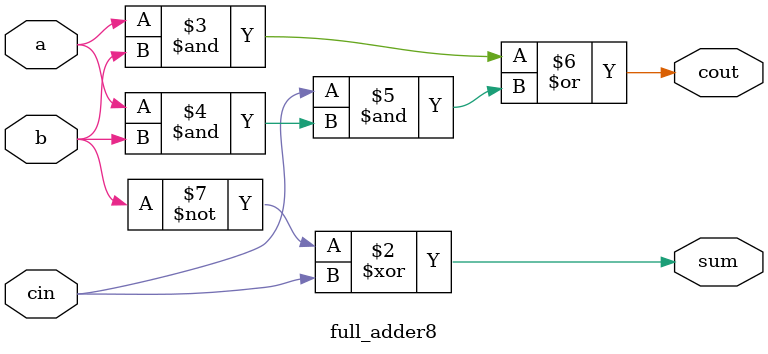
<source format=v>
module full_adder8(a,b,cin,sum,cout);
input a,b,cin;
output sum,cout;
assign sum = 1'b1^b^cin;
assign cout = a&b|cin&(a&b); 
// initial begin
//     $display("The incorrect adder with xor0 having in1/1");
// end   
endmodule
</source>
